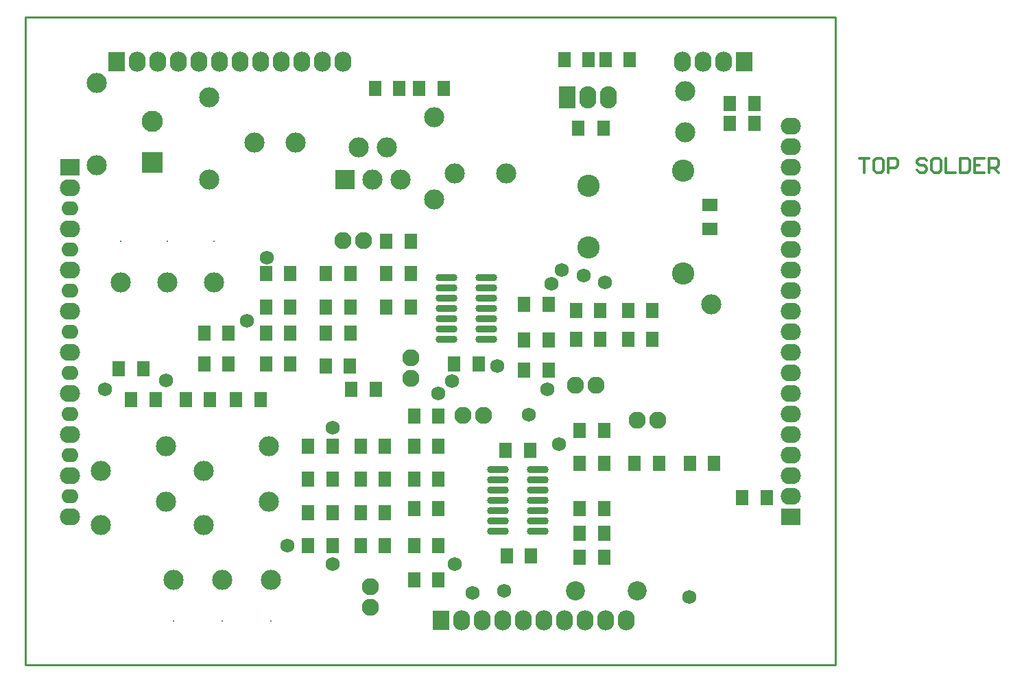
<source format=gts>
%FSLAX25Y25*%
%MOIN*%
G70*
G01*
G75*
G04 Layer_Color=8388736*
%ADD10C,0.01800*%
%ADD11C,0.04000*%
%ADD12C,0.02000*%
%ADD13C,0.02200*%
%ADD14C,0.02400*%
%ADD15C,0.03200*%
%ADD16C,0.03000*%
%ADD17R,0.05512X0.06693*%
%ADD18O,0.09843X0.02756*%
%ADD19R,0.05118X0.06693*%
%ADD20R,0.06693X0.05512*%
%ADD21C,0.00800*%
%ADD22C,0.01200*%
%ADD23C,0.09000*%
%ADD24O,0.07500X0.09000*%
%ADD25R,0.07500X0.09000*%
%ADD26O,0.09000X0.07500*%
%ADD27O,0.07500X0.06000*%
%ADD28R,0.09000X0.07500*%
%ADD29R,0.09500X0.09500*%
%ADD30C,0.09500*%
%ADD31C,0.10000*%
%ADD32R,0.09000X0.09000*%
%ADD33C,0.07500*%
%ADD34C,0.08500*%
%ADD35R,0.07500X0.10000*%
%ADD36O,0.07500X0.10000*%
%ADD37C,0.06000*%
%ADD38C,0.01400*%
%ADD39C,0.01500*%
%ADD40C,0.01000*%
%ADD41C,0.00984*%
%ADD42C,0.00787*%
%ADD43C,0.00400*%
G04:AMPARAMS|DCode=44|XSize=18.01mil|YSize=15.73mil|CornerRadius=0mil|HoleSize=0mil|Usage=FLASHONLY|Rotation=233.000|XOffset=0mil|YOffset=0mil|HoleType=Round|Shape=Rectangle|*
%AMROTATEDRECTD44*
4,1,4,-0.00086,0.01193,0.01170,0.00246,0.00086,-0.01193,-0.01170,-0.00246,-0.00086,0.01193,0.0*
%
%ADD44ROTATEDRECTD44*%

G04:AMPARAMS|DCode=45|XSize=18.01mil|YSize=15.74mil|CornerRadius=0mil|HoleSize=0mil|Usage=FLASHONLY|Rotation=307.000|XOffset=0mil|YOffset=0mil|HoleType=Round|Shape=Rectangle|*
%AMROTATEDRECTD45*
4,1,4,-0.01170,0.00246,0.00087,0.01193,0.01170,-0.00246,-0.00087,-0.01193,-0.01170,0.00246,0.0*
%
%ADD45ROTATEDRECTD45*%

G04:AMPARAMS|DCode=46|XSize=18.01mil|YSize=15.73mil|CornerRadius=0mil|HoleSize=0mil|Usage=FLASHONLY|Rotation=37.000|XOffset=0mil|YOffset=0mil|HoleType=Round|Shape=Rectangle|*
%AMROTATEDRECTD46*
4,1,4,-0.00246,-0.01170,-0.01193,0.00087,0.00246,0.01170,0.01193,-0.00087,-0.00246,-0.01170,0.0*
%
%ADD46ROTATEDRECTD46*%

G04:AMPARAMS|DCode=47|XSize=18.01mil|YSize=15.74mil|CornerRadius=0mil|HoleSize=0mil|Usage=FLASHONLY|Rotation=323.000|XOffset=0mil|YOffset=0mil|HoleType=Round|Shape=Rectangle|*
%AMROTATEDRECTD47*
4,1,4,-0.01193,-0.00087,-0.00246,0.01170,0.01193,0.00087,0.00246,-0.01170,-0.01193,-0.00087,0.0*
%
%ADD47ROTATEDRECTD47*%

G04:AMPARAMS|DCode=48|XSize=18.01mil|YSize=15.73mil|CornerRadius=0mil|HoleSize=0mil|Usage=FLASHONLY|Rotation=53.000|XOffset=0mil|YOffset=0mil|HoleType=Round|Shape=Rectangle|*
%AMROTATEDRECTD48*
4,1,4,0.00087,-0.01193,-0.01170,-0.00246,-0.00087,0.01193,0.01170,0.00246,0.00087,-0.01193,0.0*
%
%ADD48ROTATEDRECTD48*%

G04:AMPARAMS|DCode=49|XSize=18.01mil|YSize=15.74mil|CornerRadius=0mil|HoleSize=0mil|Usage=FLASHONLY|Rotation=323.000|XOffset=0mil|YOffset=0mil|HoleType=Round|Shape=Rectangle|*
%AMROTATEDRECTD49*
4,1,4,-0.01193,-0.00087,-0.00246,0.01170,0.01193,0.00087,0.00246,-0.01170,-0.01193,-0.00087,0.0*
%
%ADD49ROTATEDRECTD49*%

%ADD50R,0.07874X0.03937*%
%ADD51R,0.05000X0.06000*%
%ADD52R,0.06312X0.07493*%
%ADD53O,0.10642X0.03556*%
%ADD54R,0.05918X0.07493*%
%ADD55R,0.07493X0.06312*%
%ADD56C,0.09800*%
%ADD57O,0.08300X0.09800*%
%ADD58R,0.08300X0.09800*%
%ADD59O,0.09800X0.08300*%
%ADD60O,0.08300X0.06800*%
%ADD61R,0.09800X0.08300*%
%ADD62R,0.10300X0.10300*%
%ADD63C,0.10300*%
%ADD64C,0.10800*%
%ADD65R,0.09800X0.09800*%
%ADD66C,0.08300*%
%ADD67C,0.00800*%
%ADD68C,0.09300*%
%ADD69R,0.08300X0.10800*%
%ADD70O,0.08300X0.10800*%
%ADD71C,0.06800*%
D22*
X799100Y640048D02*
X803765D01*
X801433D01*
Y633050D01*
X809597Y640048D02*
X807264D01*
X806098Y638881D01*
Y634216D01*
X807264Y633050D01*
X809597D01*
X810763Y634216D01*
Y638881D01*
X809597Y640048D01*
X813095Y633050D02*
Y640048D01*
X816594D01*
X817761Y638881D01*
Y636549D01*
X816594Y635383D01*
X813095D01*
X831756Y638881D02*
X830590Y640048D01*
X828257D01*
X827091Y638881D01*
Y637715D01*
X828257Y636549D01*
X830590D01*
X831756Y635383D01*
Y634216D01*
X830590Y633050D01*
X828257D01*
X827091Y634216D01*
X837588Y640048D02*
X835255D01*
X834089Y638881D01*
Y634216D01*
X835255Y633050D01*
X837588D01*
X838754Y634216D01*
Y638881D01*
X837588Y640048D01*
X841086D02*
Y633050D01*
X845752D01*
X848084Y640048D02*
Y633050D01*
X851583D01*
X852749Y634216D01*
Y638881D01*
X851583Y640048D01*
X848084D01*
X859747D02*
X855082D01*
Y633050D01*
X859747D01*
X855082Y636549D02*
X857415D01*
X862080Y633050D02*
Y640048D01*
X865578D01*
X866745Y638881D01*
Y636549D01*
X865578Y635383D01*
X862080D01*
X864412D02*
X866745Y633050D01*
D40*
X393701Y393701D02*
X787402D01*
Y708661D01*
X393701D02*
X787402D01*
X393701Y393701D02*
Y708661D01*
D52*
X450906Y537500D02*
D03*
X439094D02*
D03*
X531094Y500000D02*
D03*
X542906D02*
D03*
X627094Y498000D02*
D03*
X638906D02*
D03*
X698406Y552000D02*
D03*
X686594D02*
D03*
X480594Y540000D02*
D03*
X492406D02*
D03*
X575406Y674000D02*
D03*
X563594D02*
D03*
X596906D02*
D03*
X585094D02*
D03*
X569094Y584000D02*
D03*
X580906D02*
D03*
X539844D02*
D03*
X551656D02*
D03*
X580906Y599500D02*
D03*
X569094D02*
D03*
X522406Y567667D02*
D03*
X510594D02*
D03*
X539844D02*
D03*
X551656D02*
D03*
X580906D02*
D03*
X569094D02*
D03*
X539594Y539000D02*
D03*
X551406D02*
D03*
X510594Y540000D02*
D03*
X522406D02*
D03*
X552094Y527500D02*
D03*
X563906D02*
D03*
X492406Y554833D02*
D03*
X480594D02*
D03*
X510594D02*
D03*
X522406D02*
D03*
X539844D02*
D03*
X551656D02*
D03*
X647906Y551500D02*
D03*
X636094D02*
D03*
X673156Y552000D02*
D03*
X661344D02*
D03*
X636094Y537000D02*
D03*
X647906D02*
D03*
X698406Y566000D02*
D03*
X686594D02*
D03*
X673156D02*
D03*
X661344D02*
D03*
X647906Y569000D02*
D03*
X636094D02*
D03*
X496094Y522500D02*
D03*
X507906D02*
D03*
X471594D02*
D03*
X483406D02*
D03*
X663094Y507500D02*
D03*
X674906D02*
D03*
X728406Y491625D02*
D03*
X716594D02*
D03*
X701656D02*
D03*
X689844D02*
D03*
X674906Y469500D02*
D03*
X663094D02*
D03*
X639406Y446500D02*
D03*
X627594D02*
D03*
X674906Y491625D02*
D03*
X663094D02*
D03*
X674906Y457500D02*
D03*
X663094D02*
D03*
X582594Y451500D02*
D03*
X594406D02*
D03*
X556594D02*
D03*
X568406D02*
D03*
X594406Y435000D02*
D03*
X582594D02*
D03*
X542906Y467667D02*
D03*
X531094D02*
D03*
X556594D02*
D03*
X568406D02*
D03*
X582594Y469500D02*
D03*
X594406D02*
D03*
X582594Y500000D02*
D03*
X594406D02*
D03*
X556594D02*
D03*
X568406D02*
D03*
X582594Y514500D02*
D03*
X594406D02*
D03*
X542906Y483833D02*
D03*
X531094D02*
D03*
X556594D02*
D03*
X568406D02*
D03*
X594406D02*
D03*
X582594D02*
D03*
X510594Y584000D02*
D03*
X522406D02*
D03*
X445094Y522500D02*
D03*
X456906D02*
D03*
X675594Y688000D02*
D03*
X687406D02*
D03*
X736094Y657000D02*
D03*
X747906D02*
D03*
X613906Y540000D02*
D03*
X602094D02*
D03*
X753906Y475000D02*
D03*
X742094D02*
D03*
X667406Y688000D02*
D03*
X655594D02*
D03*
X736094Y666500D02*
D03*
X747906D02*
D03*
X674906Y446000D02*
D03*
X663094D02*
D03*
X531094Y451500D02*
D03*
X542906D02*
D03*
D53*
X617646Y552000D02*
D03*
Y557000D02*
D03*
Y562000D02*
D03*
Y567000D02*
D03*
Y572000D02*
D03*
Y577000D02*
D03*
Y582000D02*
D03*
X598354Y552000D02*
D03*
Y557000D02*
D03*
Y562000D02*
D03*
Y567000D02*
D03*
Y572000D02*
D03*
Y577000D02*
D03*
Y582000D02*
D03*
X642646Y458500D02*
D03*
Y463500D02*
D03*
Y468500D02*
D03*
Y473500D02*
D03*
Y478500D02*
D03*
Y483500D02*
D03*
Y488500D02*
D03*
X623354Y458500D02*
D03*
Y463500D02*
D03*
Y468500D02*
D03*
Y473500D02*
D03*
Y478500D02*
D03*
Y483500D02*
D03*
Y488500D02*
D03*
D54*
X662201Y654500D02*
D03*
X674799D02*
D03*
D55*
X726500Y617406D02*
D03*
Y605594D02*
D03*
D56*
X480500Y488000D02*
D03*
X430500D02*
D03*
X480500Y461500D02*
D03*
X430500D02*
D03*
X483000Y629500D02*
D03*
Y669500D02*
D03*
X592500Y620000D02*
D03*
Y660000D02*
D03*
X525000Y647500D02*
D03*
X505000D02*
D03*
X714500Y652500D02*
D03*
Y672500D02*
D03*
X555807Y645374D02*
D03*
X562500Y629626D02*
D03*
X569193Y645374D02*
D03*
X575886Y629626D02*
D03*
X485500Y579500D02*
D03*
X462750D02*
D03*
X440000D02*
D03*
X512882Y434913D02*
D03*
X489260D02*
D03*
X465638D02*
D03*
X602500Y632500D02*
D03*
X627500D02*
D03*
X428500Y676500D02*
D03*
Y636500D02*
D03*
X512000Y500000D02*
D03*
X462000D02*
D03*
X512000Y473000D02*
D03*
X462000D02*
D03*
X727000Y569000D02*
D03*
D57*
X615669Y415354D02*
D03*
X685669D02*
D03*
X675669D02*
D03*
X665669D02*
D03*
X655669D02*
D03*
X645669D02*
D03*
X635669D02*
D03*
X625669D02*
D03*
X605669D02*
D03*
X448032Y687008D02*
D03*
X458032D02*
D03*
X468032D02*
D03*
X478032D02*
D03*
X488032D02*
D03*
X498032D02*
D03*
X508032D02*
D03*
X518032D02*
D03*
X528032D02*
D03*
X538032D02*
D03*
X548032D02*
D03*
X733071D02*
D03*
X723071D02*
D03*
X713071D02*
D03*
D58*
X595669Y415354D02*
D03*
X438032Y687008D02*
D03*
X743071D02*
D03*
D59*
X415354Y465591D02*
D03*
Y485591D02*
D03*
Y505591D02*
D03*
Y525591D02*
D03*
Y545591D02*
D03*
Y565591D02*
D03*
Y585591D02*
D03*
Y605591D02*
D03*
Y625591D02*
D03*
X765748Y655591D02*
D03*
Y645591D02*
D03*
Y635591D02*
D03*
Y625591D02*
D03*
Y615591D02*
D03*
Y605591D02*
D03*
Y595591D02*
D03*
Y585591D02*
D03*
Y575591D02*
D03*
Y565591D02*
D03*
Y555591D02*
D03*
Y545591D02*
D03*
Y535591D02*
D03*
Y525591D02*
D03*
Y515591D02*
D03*
Y505591D02*
D03*
Y495591D02*
D03*
Y485591D02*
D03*
Y475591D02*
D03*
D60*
X415354D02*
D03*
Y495591D02*
D03*
Y515591D02*
D03*
Y535591D02*
D03*
Y555591D02*
D03*
Y575591D02*
D03*
Y595591D02*
D03*
Y615591D02*
D03*
D61*
Y635591D02*
D03*
X765748Y465591D02*
D03*
D62*
X455500Y638000D02*
D03*
D63*
Y658000D02*
D03*
D64*
X713500Y634000D02*
D03*
Y584000D02*
D03*
X667500Y626500D02*
D03*
Y596500D02*
D03*
D65*
X549114Y629626D02*
D03*
D66*
X548000Y600000D02*
D03*
X558000D02*
D03*
X581000Y533000D02*
D03*
Y543000D02*
D03*
X671000Y529500D02*
D03*
X661000D02*
D03*
X701000Y512500D02*
D03*
X691000D02*
D03*
X561500Y421500D02*
D03*
Y431500D02*
D03*
X616500Y515000D02*
D03*
X606500D02*
D03*
D67*
X485500Y599500D02*
D03*
X462750D02*
D03*
X440000D02*
D03*
X512882Y414913D02*
D03*
X489260D02*
D03*
X465638D02*
D03*
D68*
X661000Y429500D02*
D03*
X691000D02*
D03*
D69*
X657000Y669500D02*
D03*
D70*
X667000D02*
D03*
X677000D02*
D03*
D71*
X432500Y527500D02*
D03*
X511000Y591500D02*
D03*
X501500Y561000D02*
D03*
X654500Y585500D02*
D03*
X649500Y579000D02*
D03*
X665000Y583000D02*
D03*
X602500Y442500D02*
D03*
X675500Y579500D02*
D03*
X626500Y429500D02*
D03*
X611000Y428500D02*
D03*
X594500Y525500D02*
D03*
X638453Y515453D02*
D03*
X623000Y539000D02*
D03*
X543000Y509000D02*
D03*
Y442500D02*
D03*
X462000Y532000D02*
D03*
X653000Y501000D02*
D03*
X647500Y527500D02*
D03*
X601000Y531500D02*
D03*
X521000Y451500D02*
D03*
X716500Y426500D02*
D03*
M02*

</source>
